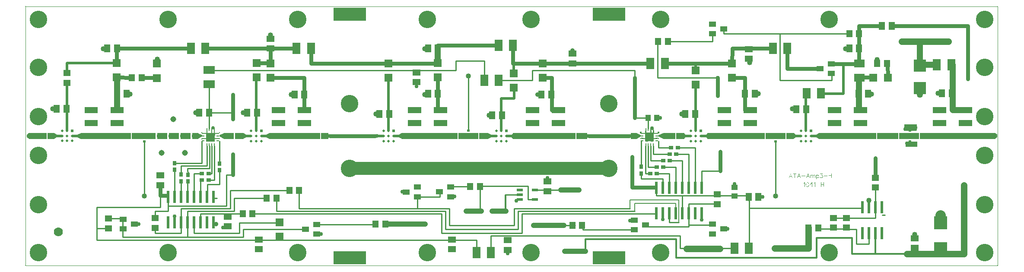
<source format=gtl>
G04 CAM Products 2000  RS274-X Output*
G04 Serial Number: 0000-00-00000*
G04 File Name:1041h.gtl *
%FSLAX34Y34*%
%MOIN*%
%SFA1B1*%

%IPPOS*%
%ADD10C,0.030000*%
%ADD11C,0.012000*%
%ADD12R,0.035400X0.031500*%
%ADD13R,0.031500X0.035400*%
%ADD14C,0.035000*%
%ADD15R,0.051200X0.055100*%
%ADD16C,0.019700*%
%ADD17R,0.019700X0.019700*%
%ADD18C,0.040000*%
%ADD19R,0.023600X0.094500*%
%ADD20R,0.100000X0.100000*%
%ADD21R,0.051000X0.063000*%
%ADD22R,0.063000X0.086600*%
%ADD23R,0.055100X0.051200*%
%ADD24R,0.063000X0.051000*%
%ADD25C,0.015000*%
%ADD26C,0.007900*%
%ADD27R,0.020000X0.010000*%
%ADD28R,0.010000X0.020000*%
%ADD29R,0.022000X0.010000*%
%ADD30R,0.063000X0.063000*%
%ADD31R,0.063000X0.078700*%
%ADD32R,0.078700X0.063000*%
%ADD33R,0.055100X0.039400*%
%ADD34R,0.043500X0.047200*%
%ADD35R,0.086600X0.063000*%
%ADD36R,0.047200X0.043500*%
%ADD37R,0.050000X0.050000*%
%ADD38C,0.045000*%
%ADD39R,0.094500X0.094500*%
%ADD40R,0.050000X0.020000*%
%ADD41C,0.070000*%
%ADD42R,0.045000X0.045000*%
%ADD43C,0.001000*%
%ADD44R,0.005000X0.005000*%
%ADD45C,0.005000*%
%ADD46C,0.010000*%
%ADD47C,0.003900*%
%ADD48C,0.004000*%
%ADD49R,0.020000X0.020000*%
%ADD50C,0.020000*%
%ADD51C,0.135000*%
%ADD52C,0.080000*%
%ADD53C,0.025000*%
%ADD54C,0.050000*%
%ADD55R,0.010000X0.010000*%
%ADD56R,0.030000X0.030000*%
%ADD57C,0.100000*%
%ADD58C,0.008000*%
%ADD59R,0.068500X0.068500*%
%ADD60C,0.068500*%
%ADD61C,0.014000*%
%ADD62R,0.040000X0.040000*%
%ADD63R,0.001000X0.001000*%
%LN1041h-1*%
%LPD*%
G54D10*
X14469Y10102D03*
X14089Y9715D03*
X14461Y9709D03*
G54D11*
X13585Y10254D03*
X14949Y10249D03*
X14943Y9795D03*
G54D12*
X14112Y7100D03*
X13600D03*
G54D13*
X14944Y7356D03*
Y7868D03*
G54D12*
X14112Y6600D03*
X13600D03*
G54D10*
X11500Y3800D03*
G54D14*
X14700Y3200D03*
G54D13*
X12000Y6500D03*
Y7012D03*
X11496Y7392D03*
Y7904D03*
G54D10*
X14083Y10096D03*
X47933Y10093D03*
X48320Y9710D03*
X47930Y9705D03*
G54D12*
X50312Y9100D03*
X49800D03*
X49688Y8600D03*
X50200D03*
X49188Y8100D03*
X49700D03*
X48688Y7600D03*
X49200D03*
X48188Y7100D03*
X48700D03*
G54D13*
X47500Y7612D03*
Y7100D03*
G54D11*
X13570Y9774D03*
G54D10*
X32900Y1252D03*
X33080Y5320D03*
G54D51*
X1000Y11500D03*
Y8500D03*
Y1000D03*
X11000D03*
X45000Y12500D03*
Y7500D03*
X1000Y15300D03*
Y4700D03*
X39000Y1000D03*
G54D10*
X52971Y18629D03*
X18000Y1252D03*
G54D51*
X49000Y1000D03*
X74000D03*
Y4700D03*
Y8500D03*
Y11500D03*
Y15300D03*
Y19000D03*
X62000D03*
Y1000D03*
G54D15*
X8948Y14500D03*
X8200D03*
G54D51*
X25000Y7500D03*
G54D10*
X29060Y5680D03*
X46620Y3460D03*
G54D16*
X27606Y10000D03*
X28394D03*
X28000Y10394D03*
G54D17*
X28394Y10394D03*
G54D16*
X27606Y10394D03*
Y9606D03*
X28000Y10000D03*
Y9606D03*
X28394D03*
X59806Y10000D03*
X60594D03*
X60200Y10394D03*
G54D17*
X60594Y10394D03*
G54D16*
X59806Y10394D03*
Y9606D03*
X60200Y10000D03*
Y9606D03*
X60594D03*
G54D51*
X11000Y19000D03*
G54D10*
X10400Y6948D03*
G54D13*
X12504Y7008D03*
Y6496D03*
G54D16*
X2806Y10006D03*
X3594D03*
X3200Y10400D03*
G54D17*
X3594Y10400D03*
G54D16*
X2806Y10400D03*
Y9613D03*
X3200Y10006D03*
Y9613D03*
X3594D03*
G54D18*
X68600Y2400D03*
G54D51*
X49000Y19000D03*
G54D19*
X66060Y2511D03*
X65560D03*
X65060D03*
X64560D03*
X66060Y4480D03*
X65560D03*
X65060D03*
X64560D03*
G54D20*
X70600Y1300D03*
Y3300D03*
G54D21*
X70700Y13300D03*
X71448D03*
G54D22*
X71402Y15500D03*
X70300D03*
G54D15*
X66448Y15600D03*
X65700D03*
G54D23*
X62320Y3666D03*
Y2918D03*
X63320Y3668D03*
Y2920D03*
G54D15*
X60392Y2900D03*
X61140D03*
G54D24*
X68600Y1350D03*
Y2098D03*
G54D25*
X47447Y10250D03*
G54D11*
X47450Y9790D03*
G54D27*
X13693Y10200D03*
Y10005D03*
Y9810D03*
Y9615D03*
G54D28*
X13970Y10478D03*
X14165D03*
X14360D03*
X14555D03*
G54D29*
X14833Y10200D03*
Y10005D03*
Y9810D03*
Y9615D03*
G54D28*
X14555Y9338D03*
X14360D03*
X14165D03*
X13970D03*
G54D23*
X3200Y14100D03*
Y14848D03*
G54D21*
X7048Y13250D03*
X7796D03*
G54D30*
X7025Y14525D03*
Y15628D03*
G54D22*
X13852Y16750D03*
X12750D03*
G54D16*
X17394Y10000D03*
X18181D03*
X17787Y10394D03*
G54D17*
X18181Y10394D03*
G54D16*
X17394Y10394D03*
Y9606D03*
X17787Y10000D03*
Y9606D03*
X18181D03*
G54D21*
X64250Y13250D03*
X64998D03*
X59468Y12068D03*
X60216D03*
G54D31*
X61342Y13280D03*
X60240D03*
G54D30*
X66502Y14500D03*
X65400D03*
X54500D03*
Y15602D03*
G54D24*
X55798Y16698D03*
Y15950D03*
G54D30*
X51700Y13957D03*
Y15060D03*
G54D21*
X50900Y11700D03*
X51648D03*
G54D32*
X64320Y15602D03*
Y14500D03*
G54D21*
X63550Y16750D03*
X64298D03*
G54D33*
X53838Y18255D03*
X52971Y18629D03*
Y17881D03*
G54D15*
X49548Y17300D03*
X48800D03*
G54D34*
X48700Y11400D03*
X48031D03*
G54D21*
X31050Y13250D03*
X31798D03*
G54D30*
X31775Y14525D03*
Y15628D03*
G54D21*
X27300Y11700D03*
X28048D03*
X17100Y11800D03*
X17848D03*
G54D30*
X18900Y14500D03*
Y15602D03*
X17825Y14521D03*
Y15623D03*
G54D24*
X18898Y17498D03*
Y16750D03*
G54D22*
X22002Y16750D03*
X20900D03*
G54D35*
X14148Y13998D03*
Y15100D03*
G54D21*
X13400Y11800D03*
X14148D03*
G54D19*
X14500Y3331D03*
X14000D03*
X13500D03*
X13000D03*
X14500Y5300D03*
X14000D03*
X13500D03*
X13000D03*
X12500D03*
X12000D03*
X11500D03*
X12500Y3331D03*
X12000D03*
X11500D03*
X11000Y5300D03*
Y3331D03*
G54D15*
X17500Y4000D03*
X16752D03*
G54D30*
X19600Y2218D03*
Y3320D03*
G54D23*
X10000Y2900D03*
Y3648D03*
G54D24*
X10400Y6948D03*
Y6200D03*
G54D15*
X19348Y5200D03*
X18600D03*
G54D23*
X6400Y2864D03*
Y3612D03*
G54D15*
X21100Y5800D03*
X20352D03*
G54D24*
X18000Y2000D03*
Y1252D03*
G54D15*
X27748Y3200D03*
X27000D03*
G54D24*
X32900Y2000D03*
Y1252D03*
G54D22*
X35900Y1000D03*
X34798D03*
X55800Y1340D03*
X54698D03*
G54D21*
X55772Y5300D03*
X56520D03*
X31050Y16750D03*
X31798D03*
G54D16*
X36306Y10000D03*
X37094D03*
X36700Y10394D03*
G54D17*
X37094Y10394D03*
G54D16*
X36306Y10394D03*
Y9606D03*
X36700Y10000D03*
Y9606D03*
X37094D03*
G54D23*
X53340Y4732D03*
Y5480D03*
G54D33*
X47826Y3126D03*
X46960Y3500D03*
Y2752D03*
G54D36*
X54680Y5375D03*
Y6044D03*
G54D24*
X30153Y14896D03*
Y14147D03*
X42200Y16348D03*
Y15600D03*
G54D21*
X39800Y13200D03*
X40548D03*
G54D30*
X39900Y14500D03*
Y15602D03*
X37640Y13731D03*
Y14834D03*
G54D22*
X36500Y14300D03*
X35398D03*
G54D21*
X36000Y11600D03*
X36748D03*
G54D22*
X49302Y15600D03*
X48200D03*
X37600Y17000D03*
X36498D03*
G54D30*
X28000Y14500D03*
Y15602D03*
G54D15*
X64283Y17901D03*
X63535D03*
G54D22*
X58752Y16750D03*
X57650D03*
G54D21*
X55498Y13250D03*
X56246D03*
X2400Y12100D03*
X3148D03*
G54D33*
X61300Y15200D03*
X62166Y14826D03*
Y15574D03*
G54D51*
X1000Y19000D03*
G54D10*
X24150Y600D03*
X25850D03*
G54D51*
X21000Y1000D03*
X31000D03*
G54D10*
X45850Y500D03*
X44150D03*
X45750Y19400D03*
X44150D03*
X25750D03*
X24150D03*
X33800Y7500D03*
X30000D03*
X37800D03*
X40800D03*
G54D18*
X57849Y5361D03*
G54D38*
X11400Y11300D03*
X10500Y8700D03*
X12300D03*
G54D33*
X53846Y2816D03*
X52980Y3190D03*
Y2442D03*
G54D18*
X65060Y5020D03*
G54D52*
X70600Y3850D03*
G54D18*
X70400Y13300D03*
G54D30*
X10125Y14475D03*
Y15578D03*
G54D18*
X10160Y15920D03*
X13120Y11800D03*
X16800D03*
G54D53*
X14460Y10637D03*
G54D10*
X8720Y3200D03*
X22800Y2420D03*
G54D33*
X21600Y2800D03*
X22466Y2426D03*
Y3174D03*
X8400Y3200D03*
X7534Y3574D03*
Y2826D03*
G54D21*
X66060Y18500D03*
X66808D03*
G54D39*
X69000Y13700D03*
Y15432D03*
G54D18*
X35740Y11600D03*
G54D14*
X39500Y13180D03*
X42200Y16608D03*
G54D18*
X2100Y12100D03*
X8060Y13240D03*
G54D21*
X6300Y16750D03*
X7048D03*
G54D18*
X6000Y16740D03*
G54D21*
X20752Y13200D03*
X21500D03*
G54D18*
X20480Y13180D03*
X18900Y17780D03*
X30800Y16720D03*
G54D10*
X30160Y13840D03*
G54D18*
X30780Y13180D03*
X27020Y11700D03*
X55840Y15660D03*
X65680Y15900D03*
X63260Y16740D03*
X59160Y12080D03*
X50620Y11680D03*
G54D10*
X48940Y11380D03*
G54D18*
X56506Y13250D03*
X65260Y13220D03*
G54D10*
X56860Y5280D03*
X54680Y6280D03*
X54140Y2820D03*
G54D18*
X9149Y5361D03*
G54D33*
X31920Y5680D03*
X32786Y5306D03*
Y6054D03*
X29354Y5674D03*
X30220Y5300D03*
Y6048D03*
G54D15*
X42928Y3100D03*
X42180D03*
G54D24*
X37200Y1948D03*
Y1200D03*
X40260Y5740D03*
Y6488D03*
G54D10*
X37180Y940D03*
X40260Y6760D03*
G54D15*
X35048Y6080D03*
X34300D03*
G54D10*
X37840Y4980D03*
G54D51*
X21000Y19000D03*
G54D18*
X34151Y14639D03*
G54D51*
X25000Y12500D03*
G54D54*
X69000Y13200D03*
G54D19*
X52150Y4040D03*
X51650D03*
X51150D03*
X50650D03*
X52150Y6008D03*
X51650D03*
X51150D03*
X50650D03*
X50150D03*
X49650D03*
X49150D03*
X50150Y4040D03*
X49650D03*
X49150D03*
X48650Y6008D03*
Y4040D03*
G54D10*
X49150Y3560D03*
X52150Y3540D03*
G54D24*
X15580Y3028D03*
Y3776D03*
G54D10*
X15220Y2920D03*
G54D40*
X39292Y5840D03*
X38112D03*
X39292Y5090D03*
X38112Y5465D03*
Y5090D03*
G54D10*
X67860Y10540D03*
X67980Y9420D03*
X68620D03*
G54D27*
X47557Y10205D03*
Y10010D03*
Y9815D03*
Y9620D03*
G54D28*
X47835Y10483D03*
X48030D03*
X48225Y10482D03*
X48420D03*
G54D29*
X48697Y10205D03*
Y10010D03*
Y9815D03*
Y9620D03*
G54D28*
X48420Y9342D03*
X48225D03*
X48030D03*
X47835Y9343D03*
G54D10*
X48310Y10600D03*
Y10100D03*
G54D25*
X48819Y10250D03*
G54D11*
X48813Y9794D03*
G54D16*
X51306Y10000D03*
X52094D03*
X51700Y10394D03*
G54D17*
X52094Y10394D03*
G54D16*
X51306Y10394D03*
Y9606D03*
X51700Y10000D03*
Y9606D03*
X52094D03*
G54D51*
X39000Y19000D03*
X31000D03*
G54D23*
X65540Y6012D03*
Y6760D03*
G54D10*
X68240Y10580D03*
X68620Y10540D03*
X68300Y9420D03*
G54D41*
X2520Y2600D03*
G54D38*
X7048Y13250D02*
X7050Y12000D01*
X7048Y13250D02*
Y14525D01*
X31800Y16750D02*
X31775Y15628D01*
G54D46*
X63320Y2798D02*
X64070D01*
X65070Y2498D02*
X65066Y1652D01*
X62300Y3668D02*
X65546D01*
Y4540*
G54D55*
X14550Y5200D03*
X14750D03*
G54D46*
X14550Y5200D02*
X14750D01*
X14112Y7100D02*
X14368D01*
Y9235*
X14112Y6600D02*
X14565D01*
Y9235*
X14002Y6258D02*
X14944D01*
Y7356*
G54D42*
X475Y10000D03*
X1375D03*
G54D38*
X475Y10000D02*
X1375D01*
G54D42*
X38325Y10000D03*
X42175D03*
G54D38*
X38325Y10000D02*
X42175D01*
G54D56*
X43450Y10000D03*
X46550D03*
G54D10*
X43450Y10000D02*
X46550D01*
G54D42*
X19825Y10000D03*
X22475D03*
G54D38*
X19825Y10000D02*
X22475D01*
G54D46*
X48226Y10413D02*
Y10213D01*
X63340Y2818D02*
X61190D01*
X49800Y9100D02*
X48818D01*
Y9609*
X49688Y8600D02*
X48424D01*
Y9235*
X49188Y8100D02*
X48228D01*
Y9235*
X48688Y7600D02*
X48031D01*
Y9235*
X48188Y7100D02*
X47834D01*
Y9235*
G54D20*
X24250Y19400D03*
X25750D03*
G54D57*
X24250Y19400D02*
X25750D01*
G54D20*
X44250Y19400D03*
X45750D03*
G54D57*
X44250Y19400D02*
X45750D01*
G54D20*
X44250Y600D03*
X45750D03*
G54D57*
X44250Y600D02*
X45750D01*
G54D10*
X53400Y14500D03*
Y13100D01*
G54D46*
X14000Y5200D02*
X14002Y6258D01*
X13600Y6600D02*
X13500D01*
Y5200*
X13600Y7100D02*
X13000D01*
Y5200*
X14950Y9609D02*
Y7868D01*
X55820Y5140D02*
Y4283D01*
X49548Y17300D02*
X52971D01*
Y17881*
X16752Y4000D02*
X13500D01*
Y3231*
X16500Y2500D02*
X13000D01*
Y3231*
X19700Y3300D02*
X16500D01*
Y2500*
G54D10*
X39900Y14500D02*
X40600D01*
Y12000*
G54D46*
X64566Y4440D02*
X55820D01*
Y1220*
X48031Y10574D02*
Y11400D01*
G54D10*
X57650Y16750D02*
X54502Y16754D01*
X54500Y15602*
G54D46*
X63535Y17901D02*
X53838D01*
Y18255*
G54D10*
X31775Y12000D03*
Y14525D01*
X61300Y15200D02*
X58752D01*
Y16750*
X62166Y15574D02*
X64275D01*
Y15628*
X7025Y14525D02*
X8200Y14500D01*
X8948D02*
X10125D01*
X64275Y14525D02*
X65400D01*
X66502Y14500D02*
X66500Y15600D01*
G54D46*
X62200Y14300D02*
X58187D01*
Y17901*
X62200Y14300D02*
Y14800D01*
G54D42*
X69225Y10000D03*
X74575D03*
G54D38*
X69225Y10000D02*
X74575D01*
G54D42*
X49875Y10000D03*
X49435D03*
G54D38*
X49875Y10000D02*
X49435D01*
G54D42*
X42725Y10000D03*
X43075D03*
G54D38*
X42725Y10000D02*
X43075D01*
G54D42*
X15525Y10000D03*
X15829D03*
G54D38*
X15525Y10000D02*
X15829D01*
G54D42*
X70225Y10000D03*
X70775D03*
G54D38*
X70225Y10000D02*
X70775D01*
G54D42*
X70225Y12000D03*
X70775D03*
G54D38*
X70225Y12000D02*
X70775D01*
G54D42*
X72775Y10000D03*
X72225D03*
G54D38*
X72775Y10000D02*
X72225D01*
G54D42*
X72775Y11000D03*
X72225D03*
G54D38*
X72775Y11000D02*
X72225D01*
G54D42*
X72775Y12000D03*
X72225D03*
G54D38*
X72775Y12000D02*
X72225D01*
G54D42*
X70775Y11000D03*
X70225D03*
G54D38*
X70775Y11000D02*
X70225D01*
G54D42*
X62125Y10000D03*
X62675D03*
G54D38*
X62125Y10000D02*
X62675D01*
G54D42*
X62125Y12000D03*
X62675D03*
G54D38*
X62125Y12000D02*
X62675D01*
G54D42*
X64675Y10000D03*
X64125D03*
G54D38*
X64675Y10000D02*
X64125D01*
G54D42*
X64675Y11000D03*
X64125D03*
G54D38*
X64675Y11000D02*
X64125D01*
G54D42*
X64675Y12000D03*
X64125D03*
G54D38*
X64675Y12000D02*
X64125D01*
G54D42*
X62675Y11000D03*
X62125D03*
G54D38*
X62675Y11000D02*
X62125D01*
G54D42*
X53625Y10000D03*
X54175D03*
G54D38*
X53625Y10000D02*
X54175D01*
G54D42*
X53625Y12000D03*
X54175D03*
G54D38*
X53625Y12000D02*
X54175D01*
G54D42*
X56175Y10000D03*
X55625D03*
G54D38*
X56175Y10000D02*
X55625D01*
G54D42*
X56175Y11000D03*
X55625D03*
G54D38*
X56175Y11000D02*
X55625D01*
G54D42*
X56175Y12000D03*
X55625D03*
G54D38*
X56175Y12000D02*
X55625D01*
G54D42*
X54175Y11000D03*
X53625D03*
G54D38*
X54175Y11000D02*
X53625D01*
G54D42*
X19225Y10000D03*
X19775D03*
G54D38*
X19225Y10000D02*
X19775D01*
G54D42*
X19225Y12000D03*
X19775D03*
G54D38*
X19225Y12000D02*
X19775D01*
G54D42*
X21775Y10000D03*
X21225D03*
G54D38*
X21775Y10000D02*
X21225D01*
G54D42*
X21775Y11000D03*
X21225D03*
G54D38*
X21775Y11000D02*
X21225D01*
G54D42*
X21775Y12000D03*
X21225D03*
G54D38*
X21775Y12000D02*
X21225D01*
G54D42*
X19775Y11000D03*
X19225D03*
G54D38*
X19775Y11000D02*
X19225D01*
G54D42*
X29725Y10000D03*
X30275D03*
G54D38*
X29725Y10000D02*
X30275D01*
G54D42*
X29725Y12000D03*
X30275D03*
G54D38*
X29725Y12000D02*
X30275D01*
G54D42*
X32275Y10000D03*
X31725D03*
G54D38*
X32275Y10000D02*
X31725D01*
G54D42*
X32275Y11000D03*
X31725D03*
G54D38*
X32275Y11000D02*
X31725D01*
G54D42*
X32275Y12000D03*
X31725D03*
G54D38*
X32275Y12000D02*
X31725D01*
G54D42*
X30275Y11000D03*
X29725D03*
G54D38*
X30275Y11000D02*
X29725D01*
G54D46*
X21600Y2800D02*
X16800D01*
Y2200*
X22466Y3174D02*
X27000D01*
X17500Y4000D02*
X32100D01*
Y2500*
X38300*
X32400Y4200D02*
X19348D01*
Y5200*
X38000Y2800D02*
X32400D01*
Y4200*
X47000D02*
X38000D01*
Y2800*
X32700Y4400D02*
X21100D01*
Y5800*
X37700Y3100D02*
X32700D01*
Y4400*
X41527Y3100D02*
X42400D01*
G54D38*
X70100Y15500D02*
X69000D01*
Y17200*
G54D54*
X67600Y17300D02*
X71200D01*
G54D46*
X66100Y3900D02*
X66300D01*
X39097Y15062D02*
X47000D01*
Y14500*
X14148Y13998D03*
Y11800D01*
G54D10*
X53600Y8800D02*
Y7300D01*
X54500Y14500D02*
X55500D01*
Y12000*
G54D46*
X53400Y14500D02*
X48751D01*
Y17294*
G54D54*
X53540Y1300D02*
X50993D01*
G54D46*
X47500Y7100D02*
Y6700D01*
Y7612D02*
Y9609D01*
G54D10*
X47000Y11400D02*
Y14500D01*
G54D46*
X48031Y11400D02*
X47000D01*
D03*
X18600Y5200D02*
X16100D01*
Y4200*
X12500*
Y3200*
X15800Y4400D02*
X12000D01*
Y3231*
X15500Y4600D02*
X11000D01*
Y5300*
G54D10*
X16000Y11300D02*
Y13200D01*
G54D38*
X64275Y12000D03*
Y14525D01*
X72000Y12000D02*
X71502D01*
Y15500*
G54D42*
X4487Y10000D03*
X7875D03*
G54D38*
X4487Y10000D02*
X7875D01*
G54D46*
X20352Y5800D02*
X15800D01*
Y4400*
G54D17*
X28000Y10492D03*
Y10689D03*
G54D16*
X28000Y10492D02*
Y10689D01*
G54D17*
X28492Y10000D03*
X28704D03*
G54D16*
X28492Y10000D02*
X28704D01*
G54D17*
X27508Y10000D03*
X27261D03*
G54D16*
X27508Y10000D02*
X27261D01*
G54D17*
X60200Y10492D03*
Y10689D03*
G54D16*
X60200Y10492D02*
Y10689D01*
G54D17*
X60692Y10000D03*
X60904D03*
G54D16*
X60692Y10000D02*
X60904D01*
G54D17*
X59708Y10000D03*
X59461D03*
G54D16*
X59708Y10000D02*
X59461D01*
G54D42*
X37825Y10000D03*
X37875D03*
G54D38*
X37825Y10000D02*
X37875D01*
G54D56*
X23500Y10000D03*
X26950D03*
G54D10*
X23500Y10000D02*
X26950D01*
G54D42*
X50425Y10008D03*
X50588D03*
G54D38*
X50425Y10008D02*
X50588D01*
G54D42*
X61425Y10000D03*
X65375D03*
G54D38*
X61425Y10000D02*
X65375D01*
G54D42*
X16372Y10000D03*
X16575D03*
G54D38*
X16372Y10000D02*
X16575D01*
G54D46*
X16000Y11800D02*
X14164D01*
Y10572*
X16000Y7000D02*
X15500D01*
Y4600*
G54D10*
X18900Y14500D02*
X21500D01*
Y12000*
X17825Y15623D02*
X18898D01*
Y16750*
G54D49*
X28000Y10887D03*
Y14400D03*
G54D50*
X28000Y10887D02*
Y14400D01*
X36700Y10787D02*
Y12900D01*
X37640Y14834D02*
Y15600D01*
G54D42*
X1925Y10000D03*
X1975D03*
G54D38*
X1925Y10000D02*
X1975D01*
G54D49*
X3200Y10894D03*
Y14000D03*
G54D50*
X3200Y10894D02*
Y14000D01*
X7025Y15628D02*
X3200D01*
Y14848*
X51700Y10787D02*
Y13900D01*
X60200Y10787D02*
Y13100D01*
G54D42*
X23025Y10000D03*
X23125D03*
G54D38*
X23025Y10000D02*
X23125D01*
G54D10*
X16000Y7000D02*
Y8600D01*
X10900Y5400D02*
X10400D01*
Y6200*
G54D46*
X11000Y4600D03*
Y4200D01*
X10000*
Y3648*
X10400Y4500D02*
Y5400D01*
X7500Y2200D02*
X12500D01*
Y3231*
G54D10*
X31900Y15600D02*
X22002D01*
Y16750*
G54D50*
X36700Y12900D02*
X37700D01*
Y13800*
G54D10*
X48200Y15600D02*
X37600D01*
Y17000*
G54D46*
X36500Y14300D02*
X39097D01*
Y15062*
X14148Y15064D02*
X33200D01*
Y15800*
X35398*
Y14300*
G54D10*
X36498Y17000D02*
X31800D01*
Y16750*
G54D55*
X34151Y10489D03*
Y14589D03*
G54D46*
X34151Y10489D02*
Y14589D01*
G54D42*
X34675Y10000D03*
X34625D03*
G54D38*
X34675Y10000D02*
X34625D01*
G54D42*
X33678Y10004D03*
X33628D03*
G54D38*
X33678Y10004D02*
X33628D01*
G54D42*
X29225Y10000D03*
X33074D03*
G54D38*
X29225Y10000D02*
X33074D01*
G54D55*
X57849Y9511D03*
Y5411D03*
G54D46*
X57849Y9511D02*
Y5411D01*
G54D42*
X58325Y10000D03*
X58375D03*
G54D38*
X58325Y10000D02*
X58375D01*
G54D42*
X52825Y10000D03*
X56785D03*
G54D38*
X52825Y10000D02*
X56785D01*
G54D42*
X58925Y10000D03*
X59018D03*
G54D38*
X58925Y10000D02*
X59018D01*
G54D46*
X65066Y1652D02*
X64070D01*
Y2798*
G54D42*
X35227Y10000D03*
X35421D03*
G54D38*
X35227Y10000D02*
X35421D01*
G54D46*
X12504Y6496D02*
X12500D01*
Y5200*
Y7500D02*
X14171D01*
Y9235*
X12504Y7008D02*
X12500Y7500D01*
X12000Y6500D03*
Y5200D01*
X11500Y7900D02*
X13600D01*
Y9600*
X12000Y7012D02*
Y7700D01*
X11496Y7392D02*
X11500D01*
Y5200*
X6400Y3612D02*
X7500D01*
Y2200*
X6400Y2864D02*
X5500D01*
Y2000*
X10400Y4500D02*
X5500D01*
Y2864*
G54D42*
X13075Y10000D03*
D03*
G54D38*
X13075Y10000D03*
G54D42*
X12175Y10000D03*
X12475D03*
G54D38*
X12175Y10000D02*
X12475D01*
G54D42*
X11275Y10000D03*
X11575D03*
G54D38*
X11275Y10000D02*
X11575D01*
G54D42*
X10375Y10000D03*
X10675D03*
G54D38*
X10375Y10000D02*
X10675D01*
G54D42*
X65925Y10000D03*
X66575D03*
G54D38*
X65925Y10000D02*
X66575D01*
G54D17*
X3200Y10498D03*
Y10695D03*
G54D16*
X3200Y10498D02*
Y10695D01*
G54D17*
X3692Y10006D03*
X3904D03*
G54D16*
X3692Y10006D02*
X3904D01*
G54D17*
X2708Y10006D03*
X2461D03*
G54D16*
X2708Y10006D02*
X2461D01*
G54D42*
X4775Y10000D03*
X5325D03*
G54D38*
X4775Y10000D02*
X5325D01*
G54D42*
X4775Y12000D03*
X5325D03*
G54D38*
X4775Y12000D02*
X5325D01*
G54D42*
X7325Y10000D03*
X6775D03*
G54D38*
X7325Y10000D02*
X6775D01*
G54D42*
X7325Y11000D03*
X6775D03*
G54D38*
X7325Y11000D02*
X6775D01*
G54D42*
X7325Y12000D03*
X6775D03*
G54D38*
X7325Y12000D02*
X6775D01*
G54D42*
X5325Y11000D03*
X4775D03*
G54D38*
X5325Y11000D02*
X4775D01*
G54D46*
X47834Y10396D02*
Y10196D01*
X48420Y10417D02*
Y10217D01*
G54D58*
X47600Y10200D02*
X47800D01*
X47600Y9810D02*
X47850D01*
X48650Y10200D02*
X48400D01*
X48700Y9810D02*
X48450D01*
X14555Y10415D02*
Y10215D01*
X14360Y10418D02*
Y10218D01*
X13970Y10400D02*
Y10200D01*
G54D59*
X14263Y9908D03*
D03*
G54D60*
X14263Y9908D03*
G54D58*
X13720Y10200D02*
X14000D01*
X14820D02*
X14560D01*
X13700Y9810D02*
X13960D01*
X14800D02*
X14560D01*
G54D17*
X17787Y10492D03*
Y10689D03*
G54D16*
X17787Y10492D02*
Y10689D01*
G54D17*
X18280Y10000D03*
X18492D03*
G54D16*
X18280Y10000D02*
X18492D01*
G54D17*
X17295Y10000D03*
X17048D03*
G54D16*
X17295Y10000D02*
X17048D01*
G54D50*
X61200Y13250D02*
X63100D01*
Y15600*
G54D10*
X49302Y15600D02*
X54500D01*
Y15602*
G54D50*
X51700Y15060D02*
Y15600D01*
G54D10*
X20900Y16750D02*
X13852D01*
D03*
G54D17*
X36700Y10492D03*
Y10689D03*
G54D16*
X36700Y10492D02*
Y10689D01*
G54D17*
X37192Y10000D03*
X37404D03*
G54D16*
X37192Y10000D02*
X37404D01*
G54D17*
X36208Y10000D03*
X35961D03*
G54D16*
X36208Y10000D02*
X35961D01*
G54D46*
X12000Y7700D02*
X13974D01*
Y9235*
G54D42*
X38825Y10000D03*
X39375D03*
G54D38*
X38825Y10000D02*
X39375D01*
G54D42*
X38825Y12000D03*
X39375D03*
G54D38*
X38825Y12000D02*
X39375D01*
G54D42*
X41375Y10000D03*
X40825D03*
G54D38*
X41375Y10000D02*
X40825D01*
G54D42*
X41375Y11000D03*
X40825D03*
G54D38*
X41375Y11000D02*
X40825D01*
G54D42*
X41375Y12000D03*
X40825D03*
G54D38*
X41375Y12000D02*
X40825D01*
G54D42*
X39375Y11000D03*
X38825D03*
G54D38*
X39375Y11000D02*
X38825D01*
G54D20*
X24250Y600D03*
X25750D03*
G54D57*
X24250Y600D02*
X25750D01*
X24900Y7500D02*
X45000D01*
G54D10*
X12750Y16750D02*
X7025D01*
Y15628*
X66000Y18500D02*
X64275D01*
Y15628*
X66808Y18500D02*
X72700D01*
Y14400*
G54D55*
X9149Y9511D03*
Y5411D03*
G54D46*
X9149Y9511D02*
Y5411D01*
G54D42*
X9725Y10000D03*
X9775D03*
G54D38*
X9725Y10000D02*
X9775D01*
G54D42*
X8525Y10000D03*
X8575D03*
G54D38*
X8525Y10000D02*
X8575D01*
G54D42*
X8675Y10000D03*
X8425D03*
G54D38*
X8675Y10000D02*
X8425D01*
G54D42*
X9625Y10000D03*
X9775D03*
G54D38*
X9625Y10000D02*
X9775D01*
G54D42*
X9025Y10000D03*
X9275D03*
G54D38*
X9025Y10000D02*
X9275D01*
G54D42*
X57332Y10000D03*
X57382D03*
G54D38*
X57332Y10000D02*
X57382D01*
G54D42*
X57775Y10000D03*
X57925D03*
G54D38*
X57775Y10000D02*
X57925D01*
G54D42*
X34075Y10000D03*
X34225D03*
G54D38*
X34075Y10000D02*
X34225D01*
G54D10*
X65558Y6780D02*
Y8280D01*
G54D61*
X68000Y900D02*
X65560D01*
G54D54*
X57800Y1320D02*
X60400D01*
Y2920*
G54D11*
X63740Y2120D02*
X61020D01*
Y600*
X63740Y900D02*
Y2120D01*
X65560Y900D02*
X63740D01*
X65560D02*
Y2512D01*
G54D46*
X51160Y4040D02*
Y4760D01*
X46620Y4400D02*
X37700D01*
Y3100*
X53600Y7300D02*
X52150D01*
Y6022*
X50312Y9100D02*
X51650D01*
Y6022*
X51150Y6008D02*
Y8600D01*
X50200D02*
X51150D01*
X50650Y6008D02*
Y8100D01*
X49700*
X50150Y6008D02*
Y7600D01*
X49200*
X49650Y7100D02*
Y5920D01*
X48700Y7100D02*
X49650D01*
X49150Y6700D02*
Y6008D01*
X47500Y6700D02*
X49150D01*
G54D10*
X48600Y6022D02*
X46800D01*
Y8400*
G54D46*
X52400Y5400D02*
X48650D01*
Y6020*
X51150Y4760D02*
X53340D01*
X51150Y3130D02*
X52920D01*
X50644Y5380D03*
Y4034D01*
X50390Y3329D02*
X49639D01*
Y3968*
X47800Y3000D02*
X51150D01*
Y4100*
X48650Y4000D02*
X38300D01*
Y2500*
X50500Y2300D02*
X35900D01*
Y1140*
X54698Y1340D02*
X50500D01*
Y2300*
X30220Y5300D02*
Y4440D01*
Y5300D02*
X31940D01*
Y5680*
X47000Y2750D02*
X43000D01*
Y3100*
G54D18*
X41300Y5840D02*
X42680D01*
G54D61*
X37020Y4140D02*
Y5440D01*
G54D46*
X37020Y5460D02*
X38280D01*
X38760Y6120D02*
X35000D01*
X34300Y6100D02*
X32786D01*
X35060Y4200D02*
Y6140D01*
G54D54*
X68000Y900D02*
X72400D01*
Y6200*
G54D58*
X50150Y4800D02*
X47000D01*
X50140Y4040D02*
Y4800D01*
X47000D02*
Y4200D01*
X50400Y5050D02*
X46620D01*
X50400D02*
Y3334D01*
X46620Y5050D02*
Y4400D01*
G54D46*
X52400Y5400D02*
X55800D01*
Y5000*
G54D11*
X50200Y2020D02*
X43200D01*
X50200Y600D02*
Y2020D01*
X61020Y600D02*
X50200D01*
X43200Y2020D02*
Y1080D01*
G54D18*
X43200Y1080D02*
X41600D01*
X37060Y4200D02*
X36000D01*
X35160D02*
X33980D01*
X27748Y3200D02*
X30807D01*
X41527Y3100D02*
X39193D01*
G54D46*
X12500Y2200D02*
X16800D01*
X5500Y1950D02*
X34798D01*
Y1000*
X10000Y2500D02*
X12000D01*
Y4400*
X10000Y2900D02*
Y2500D01*
X38760Y5100D02*
Y6120D01*
X39180Y5100D02*
X38760D01*
X39180Y5840D02*
X41300D01*
G54D42*
X68675Y10000D03*
X67625D03*
G54D38*
X68675Y10000D02*
X67625D01*
G54D42*
X67075Y10000D03*
X66725D03*
G54D38*
X67075Y10000D02*
X66725D01*
G54D59*
X48127Y9912D03*
D03*
G54D60*
X48127Y9912D03*
G54D17*
X51700Y10492D03*
Y10689D03*
G54D16*
X51700Y10492D02*
Y10689D01*
G54D17*
X52192Y10000D03*
X52404D03*
G54D16*
X52192Y10000D02*
X52404D01*
G54D17*
X51208Y10000D03*
X50961D03*
G54D16*
X51208Y10000D02*
X50961D01*
G54D46*
X65550Y6000D03*
Y3648D01*
G54D37*
X68010Y10650D03*
X68510D03*
G54D54*
X68010Y10650D02*
X68510D01*
G54D62*
X68080Y9360D03*
X68580D03*
G54D18*
X68080Y9360D02*
X68580D01*
G36*
X74781Y10226D02*
X74956Y10132D01*
X74958Y9893*
X74786Y9778*
X74781Y10226*
G37*
G36*
X100Y10100D02*
X255Y10223D01*
Y9781*
X100Y9900*
Y10100*
G37*
G36*
X37400Y10000D02*
X37600Y10200D01*
Y9800*
X37400Y10000*
G37*
G36*
X27097Y10149D02*
X27215Y10096D01*
Y9906*
X27096Y9852*
X27097Y10149*
G37*
G36*
X28781Y10095D02*
X29007Y10225D01*
Y9782*
X28777Y9907*
X28781Y10095*
G37*
G36*
X50801Y10225D02*
X50928Y10100D01*
X50933Y9912*
X50795Y9790*
X50801Y10225*
G37*
G36*
X59235Y10217D02*
X59419Y10098D01*
X59422Y9906*
X59231Y9769*
X59235Y10217*
G37*
G36*
X60982Y10097D02*
X61207Y10229D01*
X61204Y9770*
X60982Y9897*
Y10097*
G37*
G36*
X16795Y10226D02*
X17014Y10093D01*
X17012Y9910*
X16793Y9782*
X16795Y10226*
G37*
G36*
X18567Y10093D02*
X18808Y10229D01*
X18807Y9777*
X18565Y9907*
X18567Y10093*
G37*
G36*
X2196Y10223D02*
X2421Y10098D01*
Y9912*
X2196Y9775*
Y10223*
G37*
G36*
X4268Y9775D02*
X3976Y9911D01*
Y10098*
X4270Y10225*
X4268Y9775*
G37*
G36*
X35637Y10228D02*
X35916Y10096D01*
X35921Y9903*
X35635Y9774*
X35637Y10228*
G37*
G36*
X47105Y10227D02*
X47467Y10048D01*
X47465Y9961*
X47104Y9776*
X47100Y10000*
X47105Y10227*
G37*
G36*
X48807Y10050D02*
X49211Y10225D01*
X49210Y9775*
X48807Y9957*
X48800Y10000*
X48807Y10050*
G37*
G36*
X52481Y10095D02*
X52608Y10225D01*
X52650Y10000*
X52609Y9781*
X52481Y9908*
X52450Y10000*
X52481Y10095*
G37*
G36*
X13248Y10228D02*
X13607Y10048D01*
X13603Y9959*
X13247Y9777*
X13248Y10228*
G37*
G36*
X14940Y10060D02*
X15305Y10228D01*
X15307Y9775*
X14940Y9960*
Y10000*
Y10060*
G37*
G36*
X59148Y6774D02*
X59149Y6769D01*
X59148Y6764*
X59144Y6759*
X59140Y6757*
X59135Y6756*
X59130Y6757*
X59125Y6760*
X59123Y6764*
X59002Y7082*
X59001Y7087*
X59002Y7092*
X59005Y7096*
X59010Y7099*
X59015Y7100*
X59020Y7099*
X59024Y7096*
X59027Y7091*
X59148Y6774*
G37*
G36*
X59002Y7091D02*
X59005Y7096D01*
X59009Y7099*
X59014Y7100*
X59019Y7099*
X59024Y7096*
X59027Y7092*
X59028Y7087*
X59027Y7082*
X58906Y6764*
X58903Y6760*
X58899Y6757*
X58894Y6756*
X58889Y6757*
X58884Y6759*
X58881Y6764*
X58880Y6769*
X58881Y6774*
X59002Y7091*
G37*
G36*
X58939Y6862D02*
X58934Y6863D01*
X58929Y6865*
X58926Y6870*
X58925Y6875*
X58926Y6880*
X58929Y6885*
X58934Y6887*
X58939Y6889*
X59090*
X59095Y6887*
X59099Y6885*
X59102Y6880*
X59103Y6875*
X59102Y6870*
X59099Y6865*
X59095Y6863*
X59090Y6862*
X58939*
G37*
G36*
X59322Y7087D02*
X59323Y7092D01*
X59326Y7096*
X59330Y7099*
X59335Y7100*
X59341Y7099*
X59345Y7096*
X59348Y7092*
X59349Y7087*
Y6769*
X59348Y6764*
X59345Y6760*
X59341Y6757*
X59335Y6756*
X59330Y6757*
X59326Y6760*
X59323Y6764*
X59322Y6769*
Y7087*
G37*
G36*
X59230Y7073D02*
X59225Y7074D01*
X59220Y7077*
X59217Y7081*
X59216Y7087*
X59217Y7092*
X59220Y7096*
X59225Y7099*
X59230Y7100*
X59441*
X59446Y7099*
X59451Y7096*
X59454Y7092*
X59455Y7087*
X59454Y7081*
X59451Y7077*
X59446Y7074*
X59441Y7073*
X59230*
G37*
G36*
X59790Y6774D02*
X59791Y6769D01*
X59790Y6764*
X59787Y6759*
X59782Y6757*
X59777Y6756*
X59772Y6757*
X59768Y6760*
X59765Y6764*
X59644Y7082*
X59643Y7087*
X59644Y7092*
X59647Y7096*
X59652Y7099*
X59657Y7100*
X59662Y7099*
X59666Y7096*
X59669Y7091*
X59790Y6774*
G37*
G36*
X59644Y7091D02*
X59647Y7096D01*
X59651Y7099*
X59656Y7100*
X59661Y7099*
X59666Y7096*
X59669Y7092*
X59670Y7087*
X59669Y7082*
X59548Y6764*
X59546Y6760*
X59541Y6757*
X59536Y6756*
X59531Y6757*
X59526Y6759*
X59523Y6764*
X59522Y6769*
X59523Y6774*
X59644Y7091*
G37*
G36*
X59581Y6862D02*
X59576Y6863D01*
X59571Y6865*
X59569Y6870*
X59568Y6875*
X59569Y6880*
X59571Y6885*
X59576Y6887*
X59581Y6889*
X59732*
X59737Y6887*
X59742Y6885*
X59745Y6880*
X59746Y6875*
X59745Y6870*
X59742Y6865*
X59737Y6863*
X59732Y6862*
X59581*
G37*
G36*
X59872Y6892D02*
X59867Y6893D01*
X59862Y6896*
X59859Y6900*
X59858Y6905*
X59859Y6910*
X59862Y6915*
X59867Y6918*
X59872Y6919*
X60144*
X60149Y6918*
X60153Y6915*
X60156Y6910*
X60157Y6905*
X60156Y6900*
X60153Y6896*
X60149Y6893*
X60144Y6892*
X59872*
G37*
G36*
X60493Y6774D02*
X60494Y6769D01*
X60492Y6764*
X60489Y6759*
X60485Y6757*
X60480Y6756*
X60475Y6757*
X60470Y6760*
X60467Y6764*
X60347Y7082*
X60346Y7087*
X60347Y7092*
X60350Y7096*
X60354Y7099*
X60360Y7100*
X60365Y7099*
X60369Y7096*
X60372Y7091*
X60493Y6774*
G37*
G36*
X60347Y7091D02*
X60349Y7096D01*
X60354Y7099*
X60359Y7100*
X60364Y7099*
X60368Y7096*
X60372Y7092*
X60373Y7087*
X60372Y7082*
X60251Y6764*
X60248Y6760*
X60244Y6757*
X60239Y6756*
X60234Y6757*
X60229Y6759*
X60226Y6764*
X60225Y6769*
X60226Y6774*
X60347Y7091*
G37*
G36*
X60284Y6862D02*
X60279Y6863D01*
X60274Y6865*
X60271Y6870*
X60270Y6875*
X60271Y6880*
X60274Y6885*
X60279Y6887*
X60284Y6889*
X60435*
X60440Y6887*
X60444Y6885*
X60447Y6880*
X60448Y6875*
X60447Y6870*
X60444Y6865*
X60440Y6863*
X60435Y6862*
X60284*
G37*
G36*
X60561Y6981D02*
X60562Y6986D01*
X60565Y6990*
X60569Y6993*
X60575Y6994*
X60580Y6993*
X60584Y6990*
X60587Y6986*
X60588Y6981*
Y6769*
X60587Y6764*
X60584Y6760*
X60580Y6757*
X60575Y6756*
X60569Y6757*
X60565Y6760*
X60562Y6764*
X60561Y6769*
Y6981*
G37*
G36*
X60584Y6911D02*
X60580Y6908D01*
X60575Y6907*
X60569Y6908*
X60565Y6911*
X60562Y6915*
X60561Y6920*
X60562Y6925*
X60565Y6930*
X60610Y6975*
X60615Y6978*
X60620Y6979*
X60625Y6978*
X60629Y6975*
X60632Y6971*
X60633Y6966*
X60632Y6960*
X60629Y6956*
X60584Y6911*
G37*
G36*
X60626Y6954D02*
X60621Y6952D01*
X60616Y6953*
X60611Y6955*
X60608Y6960*
X60606Y6965*
X60607Y6970*
X60610Y6974*
X60614Y6978*
X60644Y6993*
X60649Y6994*
X60654*
X60659Y6991*
X60662Y6987*
X60664Y6982*
X60663Y6976*
X60660Y6972*
X60656Y6969*
X60626Y6954*
G37*
G36*
X60650Y6967D02*
X60645Y6968D01*
X60641Y6971*
X60638Y6976*
X60637Y6981*
X60638Y6986*
X60641Y6990*
X60645Y6993*
X60650Y6994*
X60695*
X60701Y6993*
X60705Y6990*
X60708Y6986*
X60709Y6981*
X60708Y6976*
X60705Y6971*
X60701Y6968*
X60695Y6967*
X60650*
G37*
G36*
X60689Y6969D02*
X60685Y6972D01*
X60683Y6976*
X60682Y6982*
X60683Y6987*
X60687Y6991*
X60691Y6994*
X60696*
X60701Y6993*
X60732Y6978*
X60736Y6974*
X60738Y6970*
X60739Y6965*
X60738Y6960*
X60734Y6955*
X60730Y6953*
X60725Y6952*
X60720Y6954*
X60689Y6969*
G37*
G36*
X60713Y6961D02*
X60712Y6967D01*
X60714Y6972*
X60717Y6976*
X60721Y6978*
X60727Y6979*
X60732Y6978*
X60736Y6974*
X60738Y6970*
X60754Y6925*
Y6919*
X60753Y6914*
X60750Y6910*
X60745Y6908*
X60740Y6907*
X60735Y6908*
X60731Y6911*
X60728Y6916*
X60713Y6961*
G37*
G36*
X60727Y6920D02*
X60728Y6925D01*
X60731Y6930*
X60736Y6933*
X60741Y6934*
X60746Y6933*
X60750Y6930*
X60753Y6925*
X60754Y6920*
Y6769*
X60753Y6764*
X60750Y6760*
X60746Y6757*
X60741Y6756*
X60736Y6757*
X60731Y6760*
X60728Y6764*
X60727Y6769*
Y6920*
G37*
G36*
X60750Y6911D02*
X60746Y6908D01*
X60741Y6907*
X60736Y6908*
X60731Y6911*
X60728Y6915*
X60727Y6920*
X60728Y6925*
X60731Y6930*
X60777Y6975*
X60781Y6978*
X60786Y6979*
X60791Y6978*
X60796Y6975*
X60799Y6971*
X60800Y6966*
X60799Y6960*
X60796Y6956*
X60750Y6911*
G37*
G36*
X60792Y6954D02*
X60787Y6952D01*
X60782Y6953*
X60777Y6955*
X60774Y6960*
X60773Y6965*
Y6970*
X60776Y6974*
X60780Y6978*
X60810Y6993*
X60815Y6994*
X60821*
X60825Y6991*
X60828Y6987*
X60830Y6982*
X60829Y6976*
X60826Y6972*
X60822Y6969*
X60792Y6954*
G37*
G36*
X60816Y6967D02*
X60811Y6968D01*
X60807Y6971*
X60804Y6976*
X60803Y6981*
X60804Y6986*
X60807Y6990*
X60811Y6993*
X60816Y6994*
X60862*
X60867Y6993*
X60871Y6990*
X60874Y6986*
X60875Y6981*
X60874Y6976*
X60871Y6971*
X60867Y6968*
X60862Y6967*
X60816*
G37*
G36*
X60856Y6969D02*
X60851Y6972D01*
X60849Y6976*
X60848Y6982*
X60850Y6987*
X60853Y6991*
X60857Y6994*
X60863*
X60868Y6993*
X60898Y6978*
X60902Y6974*
X60905Y6970*
Y6965*
X60904Y6960*
X60901Y6955*
X60896Y6953*
X60891Y6952*
X60886Y6954*
X60856Y6969*
G37*
G36*
X60879Y6961D02*
X60878Y6967D01*
X60880Y6972*
X60883Y6976*
X60888Y6978*
X60893Y6979*
X60898Y6978*
X60902Y6974*
X60905Y6970*
X60920Y6925*
Y6919*
X60919Y6914*
X60916Y6910*
X60911Y6908*
X60906Y6907*
X60901Y6908*
X60897Y6911*
X60894Y6916*
X60879Y6961*
G37*
G36*
X60893Y6920D02*
X60894Y6925D01*
X60897Y6930*
X60902Y6933*
X60907Y6934*
X60912Y6933*
X60916Y6930*
X60919Y6925*
X60920Y6920*
Y6769*
X60919Y6764*
X60916Y6760*
X60912Y6757*
X60907Y6756*
X60902Y6757*
X60897Y6760*
X60894Y6764*
X60893Y6769*
Y6920*
G37*
G36*
X60988Y6981D02*
X60989Y6986D01*
X60992Y6990*
X60996Y6993*
X61001Y6994*
X61007Y6993*
X61011Y6990*
X61014Y6986*
X61015Y6981*
Y6664*
X61014Y6658*
X61011Y6654*
X61007Y6651*
X61001Y6650*
X60996Y6651*
X60992Y6654*
X60989Y6658*
X60988Y6664*
Y6981*
G37*
G36*
X61011Y6926D02*
X61007Y6923D01*
X61001Y6922*
X60996Y6923*
X60992Y6926*
X60989Y6930*
X60988Y6935*
X60989Y6941*
X60992Y6945*
X61022Y6975*
X61026Y6978*
X61032Y6979*
X61037Y6978*
X61041Y6975*
X61044Y6971*
X61045Y6966*
X61044Y6960*
X61041Y6956*
X61011Y6926*
G37*
G36*
X61038Y6954D02*
X61033Y6952D01*
X61027Y6953*
X61023Y6955*
X61020Y6960*
X61018Y6965*
X61019Y6970*
X61021Y6974*
X61026Y6978*
X61056Y6993*
X61061Y6994*
X61066*
X61071Y6991*
X61074Y6987*
X61075Y6982*
Y6976*
X61072Y6972*
X61068Y6969*
X61038Y6954*
G37*
G36*
X61062Y6967D02*
X61057Y6968D01*
X61052Y6971*
X61049Y6976*
X61048Y6981*
X61049Y6986*
X61052Y6990*
X61057Y6993*
X61062Y6994*
X61107*
X61112Y6993*
X61117Y6990*
X61120Y6986*
X61121Y6981*
X61120Y6976*
X61117Y6971*
X61112Y6968*
X61107Y6967*
X61062*
G37*
G36*
X61101Y6969D02*
X61097Y6972D01*
X61094Y6976*
Y6982*
X61095Y6987*
X61098Y6991*
X61103Y6994*
X61108*
X61113Y6993*
X61143Y6978*
X61148Y6974*
X61150Y6970*
X61151Y6965*
X61149Y6960*
X61146Y6955*
X61142Y6953*
X61136Y6952*
X61131Y6954*
X61101Y6969*
G37*
G36*
X61128Y6956D02*
X61125Y6960D01*
X61124Y6966*
X61125Y6971*
X61128Y6975*
X61132Y6978*
X61137Y6979*
X61143Y6978*
X61147Y6975*
X61177Y6945*
X61180Y6941*
X61181Y6935*
X61180Y6930*
X61177Y6926*
X61173Y6923*
X61168Y6922*
X61162Y6923*
X61158Y6926*
X61128Y6956*
G37*
G36*
X61155Y6931D02*
X61154Y6936D01*
X61156Y6941*
X61159Y6946*
X61163Y6948*
X61169Y6949*
X61174Y6948*
X61178Y6944*
X61180Y6940*
X61196Y6894*
Y6889*
X61195Y6884*
X61192Y6880*
X61187Y6877*
X61182*
X61177Y6878*
X61173Y6881*
X61170Y6886*
X61155Y6931*
G37*
G36*
X61169Y6890D02*
X61170Y6895D01*
X61173Y6900*
X61178Y6903*
X61183Y6904*
X61188Y6903*
X61192Y6900*
X61195Y6895*
X61196Y6890*
Y6860*
X61195Y6855*
X61192Y6850*
X61188Y6847*
X61183Y6846*
X61178Y6847*
X61173Y6850*
X61170Y6855*
X61169Y6860*
Y6890*
G37*
G36*
X61170Y6864D02*
X61173Y6869D01*
X61177Y6872*
X61182Y6873*
X61187*
X61192Y6870*
X61195Y6866*
X61196Y6861*
Y6856*
X61180Y6810*
X61178Y6806*
X61174Y6802*
X61169Y6801*
X61163Y6802*
X61159Y6804*
X61156Y6809*
X61154Y6814*
X61155Y6819*
X61170Y6864*
G37*
G36*
X61158Y6824D02*
X61162Y6827D01*
X61168Y6828*
X61173Y6827*
X61177Y6824*
X61180Y6820*
X61181Y6815*
X61180Y6809*
X61177Y6805*
X61147Y6775*
X61143Y6772*
X61137Y6771*
X61132Y6772*
X61128Y6775*
X61125Y6779*
X61124Y6784*
X61125Y6790*
X61128Y6794*
X61158Y6824*
G37*
G36*
X61131Y6796D02*
X61136Y6798D01*
X61142Y6797*
X61146Y6795*
X61149Y6790*
X61151Y6785*
X61150Y6780*
X61148Y6776*
X61143Y6772*
X61113Y6757*
X61108Y6756*
X61103*
X61098Y6759*
X61095Y6763*
X61094Y6768*
Y6774*
X61097Y6778*
X61101Y6781*
X61131Y6796*
G37*
G36*
X61107Y6783D02*
X61112Y6782D01*
X61117Y6779*
X61120Y6774*
X61121Y6769*
X61120Y6764*
X61117Y6760*
X61112Y6757*
X61107Y6756*
X61062*
X61057Y6757*
X61052Y6760*
X61049Y6764*
X61048Y6769*
X61049Y6774*
X61052Y6779*
X61057Y6782*
X61062Y6783*
X61107*
G37*
G36*
X61068Y6781D02*
X61072Y6778D01*
X61075Y6774*
Y6768*
X61074Y6763*
X61071Y6759*
X61066Y6756*
X61061*
X61056Y6757*
X61026Y6772*
X61021Y6776*
X61019Y6780*
X61018Y6785*
X61020Y6790*
X61023Y6795*
X61027Y6797*
X61033Y6798*
X61038Y6796*
X61068Y6781*
G37*
G36*
X61041Y6794D02*
X61044Y6790D01*
X61045Y6784*
X61044Y6779*
X61041Y6775*
X61037Y6772*
X61032Y6771*
X61026Y6772*
X61022Y6775*
X60992Y6805*
X60989Y6809*
X60988Y6815*
X60989Y6820*
X60992Y6824*
X60996Y6827*
X61001Y6828*
X61007Y6827*
X61011Y6824*
X61041Y6794*
G37*
G36*
X61307Y7073D02*
X61302Y7074D01*
X61298Y7077*
X61295Y7081*
X61294Y7087*
X61295Y7092*
X61298Y7096*
X61302Y7099*
X61307Y7100*
X61474*
X61479Y7099*
X61483Y7096*
X61486Y7092*
X61487Y7087*
X61486Y7081*
X61483Y7077*
X61479Y7074*
X61474Y7073*
X61307*
G37*
G36*
X61463Y7095D02*
X61467Y7098D01*
X61472Y7100*
X61477*
X61482Y7097*
X61485Y7093*
X61487Y7088*
Y7083*
X61484Y7078*
X61394Y6958*
X61390Y6954*
X61385Y6952*
X61380Y6953*
X61375Y6955*
X61371Y6959*
X61370Y6964*
Y6969*
X61372Y6974*
X61463Y7095*
G37*
G36*
X61383Y6952D02*
X61378Y6953D01*
X61373Y6956*
X61370Y6960*
X61369Y6966*
X61370Y6971*
X61373Y6975*
X61378Y6978*
X61383Y6979*
X61428*
X61433Y6978*
X61438Y6975*
X61441Y6971*
X61442Y6966*
X61441Y6960*
X61438Y6956*
X61433Y6953*
X61428Y6952*
X61383*
G37*
G36*
X61422Y6954D02*
X61418Y6957D01*
X61415Y6961*
Y6967*
X61416Y6972*
X61419Y6976*
X61424Y6978*
X61429Y6979*
X61434Y6978*
X61465Y6963*
X61469Y6959*
X61471Y6955*
X61472Y6950*
X61471Y6944*
X61467Y6940*
X61463Y6938*
X61458Y6937*
X61452Y6938*
X61422Y6954*
G37*
G36*
X61449Y6941D02*
X61446Y6945D01*
X61445Y6951*
X61446Y6956*
X61449Y6960*
X61453Y6963*
X61459Y6964*
X61464Y6963*
X61468Y6960*
X61483Y6945*
X61486Y6941*
X61487Y6935*
X61486Y6930*
X61483Y6926*
X61479Y6923*
X61474Y6922*
X61468Y6923*
X61464Y6926*
X61449Y6941*
G37*
G36*
X61461Y6931D02*
X61460Y6936D01*
X61462Y6941*
X61465Y6946*
X61469Y6948*
X61475Y6949*
X61480Y6948*
X61484Y6944*
X61486Y6940*
X61502Y6894*
Y6889*
X61501Y6884*
X61498Y6880*
X61493Y6877*
X61488*
X61483Y6878*
X61479Y6881*
X61476Y6886*
X61461Y6931*
G37*
G36*
X61475Y6890D02*
X61476Y6895D01*
X61479Y6900*
X61484Y6903*
X61489Y6904*
X61494Y6903*
X61498Y6900*
X61501Y6895*
X61502Y6890*
Y6860*
X61501Y6855*
X61498Y6850*
X61494Y6847*
X61489Y6846*
X61484Y6847*
X61479Y6850*
X61476Y6855*
X61475Y6860*
Y6890*
G37*
G36*
X61476Y6864D02*
X61479Y6869D01*
X61483Y6872*
X61488Y6873*
X61493*
X61498Y6870*
X61501Y6866*
X61502Y6861*
Y6856*
X61486Y6810*
X61484Y6806*
X61480Y6802*
X61475Y6801*
X61469Y6802*
X61465Y6804*
X61462Y6809*
X61460Y6814*
X61461Y6819*
X61476Y6864*
G37*
G36*
X61464Y6824D02*
X61468Y6827D01*
X61474Y6828*
X61479Y6827*
X61483Y6824*
X61486Y6820*
X61487Y6815*
X61486Y6809*
X61483Y6805*
X61453Y6775*
X61449Y6772*
X61443Y6771*
X61438Y6772*
X61434Y6775*
X61431Y6779*
X61430Y6784*
X61431Y6790*
X61434Y6794*
X61464Y6824*
G37*
G36*
X61439Y6797D02*
X61444Y6798D01*
X61449Y6796*
X61454Y6793*
X61456Y6789*
X61457Y6783*
X61455Y6778*
X61452Y6774*
X61448Y6772*
X61402Y6756*
X61397*
X61392Y6757*
X61388Y6760*
X61385Y6765*
Y6770*
X61386Y6775*
X61389Y6779*
X61394Y6782*
X61439Y6797*
G37*
G36*
X61398Y6783D02*
X61403Y6782D01*
X61408Y6779*
X61411Y6774*
X61412Y6769*
X61411Y6764*
X61408Y6760*
X61403Y6757*
X61398Y6756*
X61353*
X61348Y6757*
X61343Y6760*
X61340Y6764*
X61339Y6769*
X61340Y6774*
X61343Y6779*
X61348Y6782*
X61353Y6783*
X61398*
G37*
G36*
X61357Y6782D02*
X61362Y6779D01*
X61365Y6775*
X61366Y6770*
Y6765*
X61363Y6760*
X61359Y6757*
X61354Y6756*
X61348*
X61303Y6772*
X61299Y6774*
X61295Y6778*
X61294Y6783*
X61295Y6789*
X61297Y6793*
X61301Y6796*
X61306Y6798*
X61312Y6797*
X61357Y6782*
G37*
G36*
X61317Y6794D02*
X61320Y6790D01*
X61321Y6784*
X61320Y6779*
X61317Y6775*
X61313Y6772*
X61307Y6771*
X61302Y6772*
X61298Y6775*
X61283Y6790*
X61280Y6794*
X61279Y6799*
X61280Y6805*
X61283Y6809*
X61287Y6812*
X61292Y6813*
X61297Y6812*
X61302Y6809*
X61317Y6794*
G37*
G36*
X61304Y6806D02*
X61306Y6800D01*
X61305Y6795*
X61303Y6791*
X61298Y6787*
X61293Y6786*
X61288Y6787*
X61283Y6789*
X61280Y6793*
X61265Y6824*
X61264Y6829*
Y6834*
X61267Y6839*
X61271Y6842*
X61276Y6843*
X61281Y6842*
X61286Y6840*
X61289Y6836*
X61304Y6806*
G37*
G36*
X61583Y6892D02*
X61578Y6893D01*
X61574Y6896*
X61571Y6900*
X61570Y6905*
X61571Y6910*
X61574Y6915*
X61578Y6918*
X61583Y6919*
X61855*
X61860Y6918*
X61865Y6915*
X61868Y6910*
X61869Y6905*
X61868Y6900*
X61865Y6896*
X61860Y6893*
X61855Y6892*
X61583*
G37*
G36*
X61936Y7087D02*
X61937Y7092D01*
X61940Y7096*
X61944Y7099*
X61950Y7100*
X61955Y7099*
X61959Y7096*
X61962Y7092*
X61963Y7087*
Y6769*
X61962Y6764*
X61959Y6760*
X61955Y6757*
X61950Y6756*
X61944Y6757*
X61940Y6760*
X61937Y6764*
X61936Y6769*
Y7087*
G37*
G36*
X62148D02*
X62149Y7092D01*
X62152Y7096*
X62156Y7099*
X62161Y7100*
X62166Y7099*
X62171Y7096*
X62174Y7092*
X62175Y7087*
Y6769*
X62174Y6764*
X62171Y6760*
X62166Y6757*
X62161Y6756*
X62156Y6757*
X62152Y6760*
X62149Y6764*
X62148Y6769*
Y7087*
G37*
G36*
X61950Y6922D02*
X61944Y6923D01*
X61940Y6926*
X61937Y6930*
X61936Y6935*
X61937Y6941*
X61940Y6945*
X61944Y6948*
X61950Y6949*
X62161*
X62166Y6948*
X62171Y6945*
X62174Y6941*
X62175Y6935*
X62174Y6930*
X62171Y6926*
X62166Y6923*
X62161Y6922*
X61950*
G37*
G36*
X60040Y6334D02*
X60034Y6333D01*
X60029*
X60025Y6336*
X60021Y6340*
X60020Y6345*
X60021Y6350*
X60023Y6355*
X60027Y6358*
X60058Y6373*
X60063Y6375*
X60068Y6374*
X60073Y6371*
X60076Y6367*
X60077Y6362*
Y6357*
X60074Y6352*
X60070Y6349*
X60040Y6334*
G37*
G36*
X60073Y6352D02*
X60069Y6349D01*
X60064Y6348*
X60059Y6349*
X60054Y6352*
X60051Y6356*
X60050Y6361*
X60051Y6366*
X60054Y6371*
X60099Y6416*
X60104Y6419*
X60109Y6420*
X60114Y6419*
X60119Y6416*
X60122Y6412*
X60123Y6407*
X60122Y6401*
X60119Y6397*
X60073Y6352*
G37*
G36*
X60096Y6407D02*
X60097Y6412D01*
X60099Y6416*
X60104Y6419*
X60109Y6420*
X60114Y6419*
X60119Y6416*
X60122Y6412*
X60123Y6407*
Y6089*
X60122Y6084*
X60119Y6080*
X60114Y6077*
X60109Y6076*
X60104Y6077*
X60099Y6080*
X60097Y6084*
X60096Y6089*
Y6407*
G37*
G36*
X60290Y6419D02*
X60295Y6420D01*
X60300Y6419*
X60304Y6415*
X60307Y6411*
X60308Y6406*
X60306Y6400*
X60303Y6396*
X60298Y6394*
X60253Y6379*
X60248Y6378*
X60243Y6379*
X60239Y6383*
X60236Y6387*
X60235Y6392*
X60237Y6397*
X60240Y6402*
X60245Y6404*
X60290Y6419*
G37*
G36*
X60238Y6399D02*
X60241Y6403D01*
X60246Y6405*
X60251*
X60256Y6403*
X60260Y6399*
X60262Y6394*
Y6389*
X60260Y6384*
X60230Y6339*
X60226Y6335*
X60221Y6333*
X60216*
X60211Y6335*
X60207Y6339*
X60205Y6343*
Y6349*
X60207Y6354*
X60238Y6399*
G37*
G36*
X60205Y6349D02*
X60207Y6354D01*
X60211Y6357*
X60216Y6359*
X60221*
X60226Y6357*
X60230Y6354*
X60232Y6349*
Y6343*
X60217Y6268*
X60215Y6263*
X60211Y6259*
X60206Y6257*
X60201*
X60196Y6259*
X60192Y6263*
X60190Y6268*
Y6273*
X60205Y6349*
G37*
G36*
X60190Y6271D02*
X60191Y6276D01*
X60194Y6280*
X60198Y6283*
X60204Y6284*
X60209Y6283*
X60213Y6280*
X60216Y6276*
X60217Y6271*
Y6225*
X60216Y6220*
X60213Y6216*
X60209Y6213*
X60204Y6212*
X60198Y6213*
X60194Y6216*
X60191Y6220*
X60190Y6225*
Y6271*
G37*
G36*
Y6223D02*
Y6228D01*
X60192Y6233*
X60196Y6236*
X60201Y6238*
X60206*
X60211Y6236*
X60215Y6233*
X60217Y6228*
X60232Y6152*
Y6147*
X60230Y6142*
X60226Y6138*
X60221Y6136*
X60216*
X60211Y6138*
X60207Y6142*
X60205Y6147*
X60190Y6223*
G37*
G36*
X60207Y6142D02*
X60205Y6147D01*
Y6152*
X60207Y6157*
X60211Y6161*
X60216Y6163*
X60221*
X60226Y6161*
X60230Y6157*
X60260Y6112*
X60262Y6107*
Y6102*
X60260Y6097*
X60256Y6093*
X60251Y6091*
X60246*
X60241Y6093*
X60238Y6097*
X60207Y6142*
G37*
G36*
X60245Y6092D02*
X60240Y6094D01*
X60237Y6098*
X60235Y6103*
X60236Y6109*
X60239Y6113*
X60243Y6116*
X60248Y6118*
X60253Y6117*
X60298Y6102*
X60303Y6099*
X60306Y6095*
X60308Y6090*
X60307Y6085*
X60304Y6080*
X60300Y6077*
X60295Y6076*
X60290*
X60245Y6092*
G37*
G36*
X60294Y6076D02*
X60289Y6077D01*
X60285Y6080*
X60282Y6084*
X60281Y6089*
X60282Y6094*
X60285Y6099*
X60289Y6102*
X60294Y6103*
X60324*
X60330Y6102*
X60334Y6099*
X60337Y6094*
X60338Y6089*
X60337Y6084*
X60334Y6080*
X60330Y6077*
X60324Y6076*
X60294*
G37*
G36*
X60329D02*
X60323D01*
X60318Y6077*
X60314Y6080*
X60312Y6085*
X60311Y6090*
X60312Y6095*
X60316Y6099*
X60320Y6102*
X60365Y6117*
X60371Y6118*
X60376Y6116*
X60380Y6113*
X60383Y6109*
Y6103*
X60382Y6098*
X60379Y6094*
X60374Y6092*
X60329Y6076*
G37*
G36*
X60381Y6097D02*
X60377Y6093D01*
X60372Y6091*
X60367*
X60362Y6093*
X60358Y6097*
X60356Y6102*
Y6107*
X60358Y6112*
X60389Y6157*
X60392Y6161*
X60397Y6163*
X60403*
X60407Y6161*
X60411Y6157*
X60413Y6152*
Y6147*
X60411Y6142*
X60381Y6097*
G37*
G36*
X60413Y6147D02*
X60411Y6142D01*
X60407Y6138*
X60403Y6136*
X60397*
X60392Y6138*
X60389Y6142*
X60387Y6147*
Y6152*
X60402Y6228*
X60404Y6233*
X60408Y6236*
X60412Y6238*
X60418*
X60423Y6236*
X60426Y6233*
X60428Y6228*
Y6223*
X60413Y6147*
G37*
G36*
X60429Y6225D02*
X60428Y6220D01*
X60425Y6216*
X60420Y6213*
X60415Y6212*
X60410Y6213*
X60405Y6216*
X60403Y6220*
X60402Y6225*
Y6271*
X60403Y6276*
X60405Y6280*
X60410Y6283*
X60415Y6284*
X60420Y6283*
X60425Y6280*
X60428Y6276*
X60429Y6271*
Y6225*
G37*
G36*
X60428Y6273D02*
Y6268D01*
X60426Y6263*
X60423Y6259*
X60418Y6257*
X60412*
X60408Y6259*
X60404Y6263*
X60402Y6268*
X60387Y6343*
Y6349*
X60389Y6354*
X60392Y6357*
X60397Y6359*
X60403*
X60407Y6357*
X60411Y6354*
X60413Y6349*
X60428Y6273*
G37*
G36*
X60411Y6354D02*
X60413Y6349D01*
Y6343*
X60411Y6339*
X60407Y6335*
X60403Y6333*
X60397*
X60392Y6335*
X60389Y6339*
X60358Y6384*
X60356Y6389*
Y6394*
X60358Y6399*
X60362Y6403*
X60367Y6405*
X60372*
X60377Y6403*
X60381Y6399*
X60411Y6354*
G37*
G36*
X60374Y6404D02*
X60379Y6402D01*
X60382Y6397*
X60383Y6392*
Y6387*
X60380Y6383*
X60376Y6379*
X60371Y6378*
X60365Y6379*
X60320Y6394*
X60316Y6396*
X60312Y6400*
X60311Y6406*
X60312Y6411*
X60314Y6415*
X60318Y6419*
X60323Y6420*
X60329Y6419*
X60374Y6404*
G37*
G36*
X60324Y6420D02*
X60330Y6419D01*
X60334Y6416*
X60337Y6412*
X60338Y6407*
X60337Y6401*
X60334Y6397*
X60330Y6394*
X60324Y6393*
X60294*
X60289Y6394*
X60285Y6397*
X60282Y6401*
X60281Y6407*
X60282Y6412*
X60285Y6416*
X60289Y6419*
X60294Y6420*
X60324*
G37*
G36*
X60650Y6414D02*
X60653Y6418D01*
X60658Y6420*
X60664*
X60668Y6417*
X60672Y6414*
X60674Y6409*
Y6403*
X60672Y6399*
X60521Y6187*
X60517Y6184*
X60512Y6182*
X60506*
X60502Y6184*
X60498Y6188*
X60496Y6193*
Y6198*
X60499Y6203*
X60650Y6414*
G37*
G36*
X60510Y6181D02*
X60504Y6183D01*
X60500Y6185*
X60497Y6190*
X60496Y6195*
X60497Y6200*
X60500Y6205*
X60504Y6207*
X60510Y6208*
X60736*
X60741Y6207*
X60746Y6205*
X60749Y6200*
X60750Y6195*
X60749Y6190*
X60746Y6185*
X60741Y6183*
X60736Y6181*
X60510*
G37*
G36*
X60647Y6407D02*
X60648Y6412D01*
X60651Y6416*
X60655Y6419*
X60661Y6420*
X60666Y6419*
X60670Y6416*
X60673Y6412*
X60674Y6407*
Y6089*
X60673Y6084*
X60670Y6080*
X60666Y6077*
X60661Y6076*
X60655Y6077*
X60651Y6080*
X60648Y6084*
X60647Y6089*
Y6407*
G37*
G36*
X60837Y6334D02*
X60832Y6333D01*
X60826*
X60822Y6336*
X60819Y6340*
X60817Y6345*
X60818Y6350*
X60820Y6355*
X60825Y6358*
X60855Y6373*
X60860Y6375*
X60865Y6374*
X60870Y6371*
X60873Y6367*
X60874Y6362*
Y6357*
X60871Y6352*
X60867Y6349*
X60837Y6334*
G37*
G36*
X60870Y6352D02*
X60866Y6349D01*
X60861Y6348*
X60856Y6349*
X60851Y6352*
X60848Y6356*
X60847Y6361*
X60848Y6366*
X60851Y6371*
X60897Y6416*
X60901Y6419*
X60906Y6420*
X60911Y6419*
X60916Y6416*
X60919Y6412*
X60920Y6407*
X60919Y6401*
X60916Y6397*
X60870Y6352*
G37*
G36*
X60893Y6407D02*
X60894Y6412D01*
X60897Y6416*
X60901Y6419*
X60906Y6420*
X60911Y6419*
X60916Y6416*
X60919Y6412*
X60920Y6407*
Y6089*
X60919Y6084*
X60916Y6080*
X60911Y6077*
X60906Y6076*
X60901Y6077*
X60897Y6080*
X60894Y6084*
X60893Y6089*
Y6407*
G37*
G36*
X61001Y6212D02*
X60996Y6213D01*
X60991Y6216*
X60988Y6220*
X60987Y6225*
X60988Y6230*
X60991Y6235*
X60996Y6238*
X61001Y6239*
X61273*
X61278Y6238*
X61282Y6235*
X61285Y6230*
X61286Y6225*
X61285Y6220*
X61282Y6216*
X61278Y6213*
X61273Y6212*
X61001*
G37*
G36*
X61354Y6407D02*
X61355Y6412D01*
X61358Y6416*
X61362Y6419*
X61367Y6420*
X61372Y6419*
X61377Y6416*
X61380Y6412*
X61381Y6407*
Y6089*
X61380Y6084*
X61377Y6080*
X61372Y6077*
X61367Y6076*
X61362Y6077*
X61358Y6080*
X61355Y6084*
X61354Y6089*
Y6407*
G37*
G36*
X61565D02*
X61566Y6412D01*
X61569Y6416*
X61573Y6419*
X61579Y6420*
X61584Y6419*
X61588Y6416*
X61591Y6412*
X61592Y6407*
Y6089*
X61591Y6084*
X61588Y6080*
X61584Y6077*
X61579Y6076*
X61573Y6077*
X61569Y6080*
X61566Y6084*
X61565Y6089*
Y6407*
G37*
G36*
X61367Y6242D02*
X61362Y6243D01*
X61358Y6246*
X61355Y6250*
X61354Y6255*
X61355Y6261*
X61358Y6265*
X61362Y6268*
X61367Y6269*
X61579*
X61584Y6268*
X61588Y6265*
X61591Y6261*
X61592Y6255*
X61591Y6250*
X61588Y6246*
X61584Y6243*
X61579Y6242*
X61367*
G37*
G36*
X46700Y9775D02*
Y10225D01*
X47120*
Y9775*
X46700*
G37*
G36*
X50100Y10108D02*
Y9908D01*
X49950*
Y10108*
X50100*
G37*
G36*
X50350D02*
Y9908D01*
X50200*
Y10108*
X50350*
G37*
G36*
X42400Y10107D02*
Y9907D01*
X42250*
Y10107*
X42400*
G37*
G36*
X42650D02*
Y9907D01*
X42500*
Y10107*
X42650*
G37*
G36*
X34998Y9891D02*
Y10091D01*
X35148*
Y9891*
X34998*
G37*
G36*
X34748D02*
Y10091D01*
X34898*
Y9891*
X34748*
G37*
G36*
X22700Y10103D02*
Y9903D01*
X22550*
Y10103*
X22700*
G37*
G36*
X22950D02*
Y9903D01*
X22800*
Y10103*
X22950*
G37*
G36*
X1602Y10102D02*
Y9902D01*
X1452*
Y10102*
X1602*
G37*
G36*
X1852D02*
Y9902D01*
X1702*
Y10102*
X1852*
G37*
G36*
X57009Y10100D02*
Y9900D01*
X56859*
Y10100*
X57009*
G37*
G36*
X57259D02*
Y9900D01*
X57109*
Y10100*
X57259*
G37*
G36*
X65598Y10095D02*
Y9895D01*
X65448*
Y10095*
X65598*
G37*
G36*
X65848D02*
Y9895D01*
X65698*
Y10095*
X65848*
G37*
G36*
X8098Y10098D02*
Y9898D01*
X7948*
Y10098*
X8098*
G37*
G36*
X8348D02*
Y9898D01*
X8198*
Y10098*
X8348*
G37*
G36*
X33300Y10099D02*
Y9899D01*
X33150*
Y10099*
X33300*
G37*
G36*
X33550D02*
Y9899D01*
X33400*
Y10099*
X33550*
G37*
G36*
X18800Y9775D02*
Y10225D01*
X19000*
Y9775*
X18800*
G37*
G36*
X17887Y10787D02*
X17687Y10788D01*
X17700Y14500*
X17900*
X17887Y10787*
G37*
G36*
X57749Y9661D02*
X57949D01*
Y9511*
X57749*
Y9661*
G37*
G36*
Y9911D02*
X57949D01*
Y9761*
X57749*
Y9911*
G37*
G36*
X58600Y10100D02*
Y9900D01*
X58450*
Y10100*
X58600*
G37*
G36*
X58850D02*
Y9900D01*
X58700*
Y10100*
X58850*
G37*
G36*
X34251Y10339D02*
X34051D01*
Y10489*
X34251*
Y10339*
G37*
G36*
Y10089D02*
X34051D01*
Y10239*
X34251*
Y10089*
G37*
G36*
X16150Y9901D02*
Y10101D01*
X16300*
Y9901*
X16150*
G37*
G36*
X15900D02*
Y10101D01*
X16050*
Y9901*
X15900*
G37*
G36*
X11025Y9880D02*
Y10080D01*
X11175*
Y9880*
X11025*
G37*
G36*
X10775D02*
Y10080D01*
X10925*
Y9880*
X10775*
G37*
G36*
X10125Y9900D02*
Y10100D01*
X10275*
Y9900*
X10125*
G37*
G36*
X9875D02*
Y10100D01*
X10025*
Y9900*
X9875*
G37*
G36*
X11925D02*
Y10100D01*
X12075*
Y9900*
X11925*
G37*
G36*
X11675D02*
Y10100D01*
X11825*
Y9900*
X11675*
G37*
G36*
X12820D02*
Y10100D01*
X12970*
Y9900*
X12820*
G37*
G36*
X12570D02*
Y10100D01*
X12720*
Y9900*
X12570*
G37*
G36*
X9049Y9661D02*
X9249D01*
Y9511*
X9049*
Y9661*
G37*
G36*
Y9911D02*
X9249D01*
Y9761*
X9049*
Y9911*
G37*
G36*
X67300Y10220D02*
Y10020D01*
X67150*
Y10220*
X67300*
G37*
G36*
X67550D02*
Y10020D01*
X67400*
Y10220*
X67550*
G37*
G36*
X68901Y10097D02*
Y9897D01*
X68751*
Y10097*
X68901*
G37*
G36*
X69151D02*
Y9897D01*
X69001*
Y10097*
X69151*
G37*
G36*
X68120Y9660D02*
X68320D01*
Y9510*
X68120*
Y9660*
G37*
G36*
Y9910D02*
X68320D01*
Y9760*
X68120*
Y9910*
G37*
G36*
Y10220D02*
X68320D01*
Y10070*
X68120*
Y10220*
G37*
G36*
Y10470D02*
X68320D01*
Y10320*
X68120*
Y10470*
G37*
G36*
X67400Y9800D02*
Y10000D01*
X67550*
Y9800*
X67400*
G37*
G36*
X67150D02*
Y10000D01*
X67300*
Y9800*
X67150*
G37*
G54D63*
X74995Y0D03*
X5D03*
G54D43*
X74995Y0D02*
X5D01*
G54D63*
X0Y0D03*
Y19995D03*
G54D43*
X0Y0D02*
Y19995D01*
G54D63*
X5Y20000D03*
X74995D03*
G54D43*
X5Y20000D02*
X74995D01*
G54D63*
X75000Y20000D03*
Y5D03*
G54D43*
X75000Y20000D02*
Y5D01*
M02*
</source>
